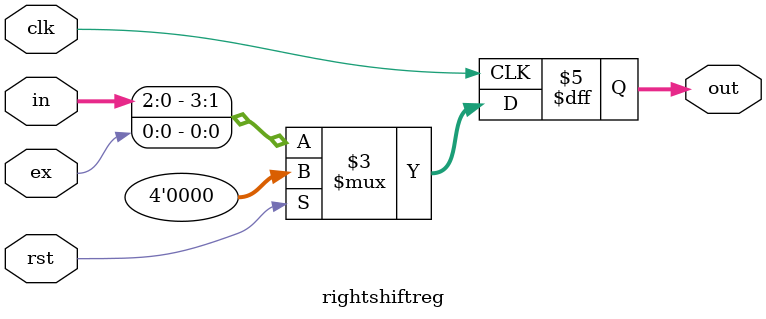
<source format=v>
module rightshiftreg (in,clk,rst,ex,out);

input wire [3:0] in;
input wire clk;
input wire rst;
input wire ex;

output reg  [3:0] out;

always @(posedge clk) begin
    if(rst)

    out=4'b0000;

    else begin

    out ={in [2:0],ex};


    end
    
end
    
 endmodule
 
</source>
